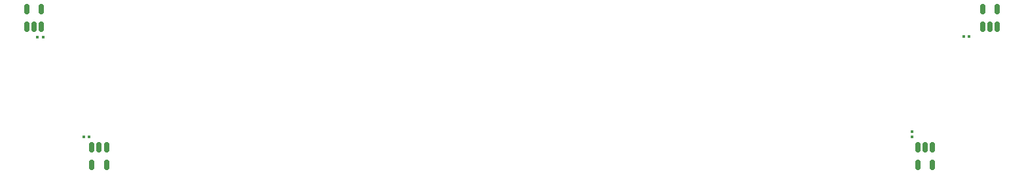
<source format=gbr>
%TF.GenerationSoftware,KiCad,Pcbnew,9.0.6-rc2*%
%TF.CreationDate,2025-11-03T16:18:09-08:00*%
%TF.ProjectId,FPC_Trigger_Board,4650435f-5472-4696-9767-65725f426f61,rev?*%
%TF.SameCoordinates,Original*%
%TF.FileFunction,Paste,Bot*%
%TF.FilePolarity,Positive*%
%FSLAX46Y46*%
G04 Gerber Fmt 4.6, Leading zero omitted, Abs format (unit mm)*
G04 Created by KiCad (PCBNEW 9.0.6-rc2) date 2025-11-03 16:18:09*
%MOMM*%
%LPD*%
G01*
G04 APERTURE LIST*
G04 Aperture macros list*
%AMRoundRect*
0 Rectangle with rounded corners*
0 $1 Rounding radius*
0 $2 $3 $4 $5 $6 $7 $8 $9 X,Y pos of 4 corners*
0 Add a 4 corners polygon primitive as box body*
4,1,4,$2,$3,$4,$5,$6,$7,$8,$9,$2,$3,0*
0 Add four circle primitives for the rounded corners*
1,1,$1+$1,$2,$3*
1,1,$1+$1,$4,$5*
1,1,$1+$1,$6,$7*
1,1,$1+$1,$8,$9*
0 Add four rect primitives between the rounded corners*
20,1,$1+$1,$2,$3,$4,$5,0*
20,1,$1+$1,$4,$5,$6,$7,0*
20,1,$1+$1,$6,$7,$8,$9,0*
20,1,$1+$1,$8,$9,$2,$3,0*%
G04 Aperture macros list end*
%ADD10RoundRect,0.150000X-0.150000X0.512500X-0.150000X-0.512500X0.150000X-0.512500X0.150000X0.512500X0*%
%ADD11RoundRect,0.079500X-0.079500X-0.100500X0.079500X-0.100500X0.079500X0.100500X-0.079500X0.100500X0*%
%ADD12RoundRect,0.150000X0.150000X-0.512500X0.150000X0.512500X-0.150000X0.512500X-0.150000X-0.512500X0*%
%ADD13RoundRect,0.079500X0.100500X-0.079500X0.100500X0.079500X-0.100500X0.079500X-0.100500X-0.079500X0*%
G04 APERTURE END LIST*
D10*
%TO.C,U1*%
X271139902Y-158070948D03*
X272089901Y-158070948D03*
X273039900Y-158070948D03*
X273039900Y-160345948D03*
X271139902Y-160345948D03*
%TD*%
D11*
%TO.C,C4*%
X157327050Y-143732251D03*
X158017050Y-143732251D03*
%TD*%
D12*
%TO.C,U4*%
X157821500Y-142380148D03*
X156871501Y-142380148D03*
X155921502Y-142380148D03*
X155921502Y-140105148D03*
X157821500Y-140105148D03*
%TD*%
D10*
%TO.C,U3*%
X164335101Y-158070948D03*
X165285100Y-158070948D03*
X166235099Y-158070948D03*
X166235099Y-160345948D03*
X164335101Y-160345948D03*
%TD*%
D11*
%TO.C,C3*%
X163321450Y-156737051D03*
X164011450Y-156737051D03*
%TD*%
%TO.C,C2*%
X277088050Y-143681450D03*
X277778050Y-143681450D03*
%TD*%
D12*
%TO.C,U2*%
X281453499Y-142380148D03*
X280503500Y-142380148D03*
X279553501Y-142380148D03*
X279553501Y-140105148D03*
X281453499Y-140105148D03*
%TD*%
D13*
%TO.C,C1*%
X270383000Y-156707400D03*
X270383000Y-156017400D03*
%TD*%
M02*

</source>
